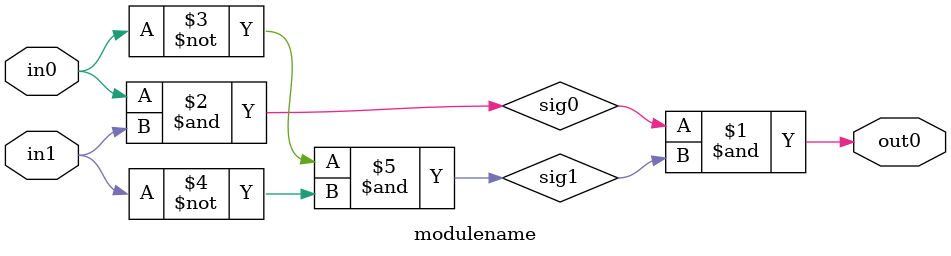
<source format=v>
module modulename
// Port Declration
(
input wire in0, in1,
output wire out0
);
// Internal Signal Declaration
wire sig0, sig1;
// Block logic
assign out0 = sig0 & sig1;
assign sig0 = in0 & in1;
assign sig1 = ~in0 & ~in1;

initial begin
    $dumpfile("waves.vcd");
    $dumpvars;
end

endmodule
</source>
